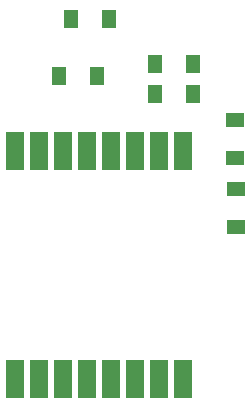
<source format=gbp>
G04 ---------------------------- Layer name :BOTTOM PASTER LAYER*
G04 EasyEDA v5.3.2, Sat, 10 Mar 2018 16:58:59 GMT*
G04 Gerber Generator version 0.2*
G04 Scale: 100 percent, Rotated: No, Reflected: No *
G04 Dimensions in millimeters *
G04 leading zeros omitted , absolute positions ,3 integer and 3 decimal *
%FSLAX33Y33*%
%MOMM*%
G90*
G71D02*

%ADD16R,1.299997X1.599997*%
%ADD29R,1.599997X1.299997*%
%ADD30R,1.524000X3.251200*%

%LPD*%
G54D29*
G01X22225Y31127D03*
G01X22225Y34327D03*
G01X22227Y25288D03*
G01X22227Y28488D03*
G54D16*
G01X7290Y38061D03*
G01X10489Y38061D03*
G01X18617Y36537D03*
G01X15418Y36537D03*
G01X11505Y42887D03*
G01X8306Y42887D03*
G01X15418Y39077D03*
G01X18617Y39077D03*
G54D30*
G01X3556Y31711D03*
G01X5588Y31711D03*
G01X7620Y31711D03*
G01X9652Y31711D03*
G01X11684Y31711D03*
G01X13716Y31711D03*
G01X15748Y31711D03*
G01X17780Y31711D03*
G01X17780Y12407D03*
G01X15748Y12407D03*
G01X13716Y12407D03*
G01X11684Y12407D03*
G01X9652Y12407D03*
G01X7620Y12407D03*
G01X5588Y12407D03*
G01X3556Y12407D03*
M00*
M02*

</source>
